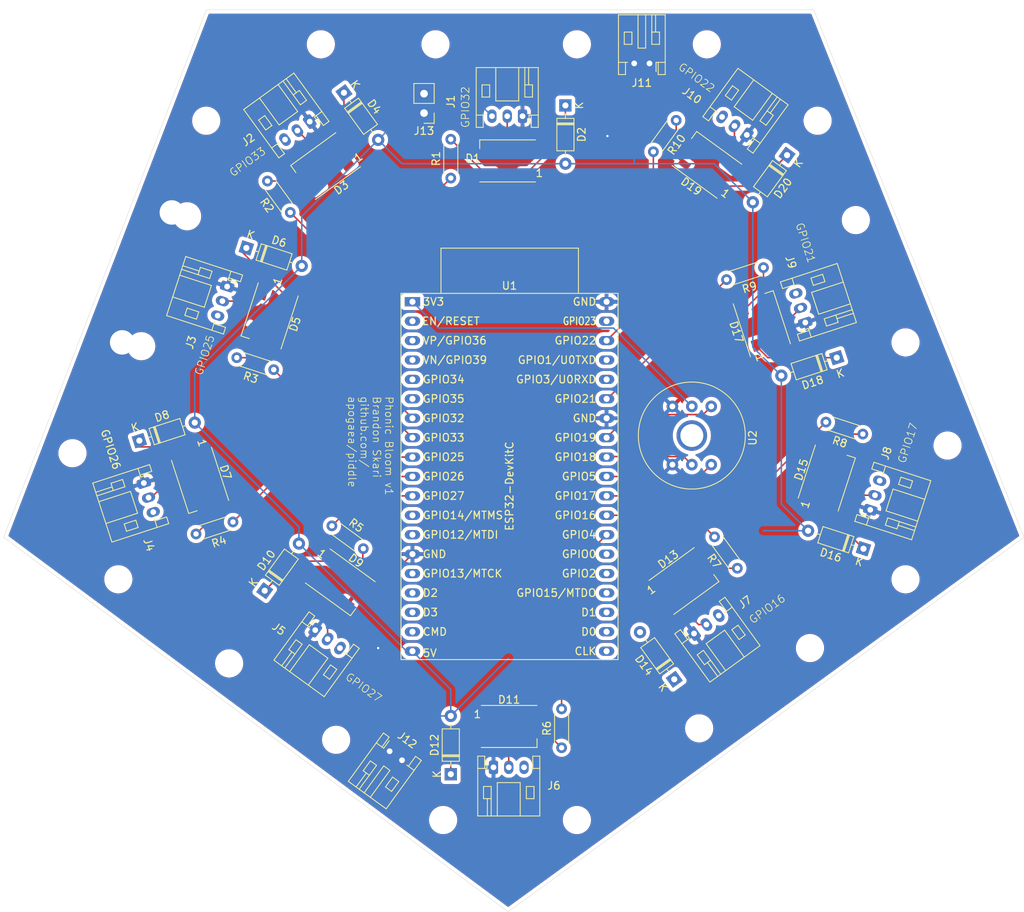
<source format=kicad_pcb>
(kicad_pcb (version 20221018) (generator pcbnew)
  (layers (0 "F.Cu" signal) (31 "B.Cu" signal) (34 "B.Paste" user) (35 "F.Paste" user) (36 "B.SilkS" user "B.Silkscreen") (37 "F.SilkS" user "F.Silkscreen") (38 "B.Mask" user) (39 "F.Mask" user) (44 "Edge.Cuts" user))
  (net 0 "")
  (net 1 "GND")
  (net 3 "/GPIO36")
  (net 4 "/GPIO39")
  (net 5 "/GPIO34")
  (net 6 "/GPIO35")
  (net 7 "/GPIO25")
  (net 8 "/GPIO26")
  (net 9 "/GPIO27")
  (net 10 "/GPIO14")
  (net 11 "/GPIO12")
  (net 12 "+5V")
  (net 13 "/GPIO13")
  (net 20 "/GPIO15")
  (net 21 "/GPIO2")
  (net 23 "/GPIO4")
  (net 24 "/GPIO5")
  (net 25 "/GPIO18")
  (net 26 "/GPIO19")
  (net 27 "/GPIO21")
  (net 30 "/GPIO22")
  (net 31 "/GPIO23")
  (net 32 "/GPIO16")
  (net 33 "/GPIO17")
  (net 34 "+3.3V")
  (net 35 "Net-(D1-VDD)")
  (net 36 "Net-(D1-DOUT)")
  (net 37 "Net-(J1-Pin_3)")
  (net 38 "/GPIO32")
  (net 39 "Net-(D3-VDD)")
  (net 40 "Net-(D3-DOUT)")
  (net 41 "/GPIO33")
  (net 42 "Net-(D5-VDD)")
  (net 43 "Net-(D5-DOUT)")
  (net 44 "Net-(D7-VDD)")
  (net 45 "Net-(D7-DOUT)")
  (net 46 "Net-(D10-K)")
  (net 47 "Net-(D9-DOUT)")
  (net 48 "Net-(D11-VDD)")
  (net 49 "Net-(D11-DOUT)")
  (net 50 "Net-(D13-VDD)")
  (net 51 "Net-(D13-DOUT)")
  (net 52 "Net-(D15-VDD)")
  (net 53 "Net-(D15-DOUT)")
  (net 63 "Net-(D17-VDD)")
  (net 64 "Net-(D17-DOUT)")
  (net 65 "Net-(D19-DOUT)")
  (net 66 "Net-(D19-VDD)")
  (net 67 "Net-(D1-DIN)")
  (net 68 "Net-(D3-DIN)")
  (net 69 "Net-(D5-DIN)")
  (net 70 "Net-(D7-DIN)")
  (net 71 "Net-(D9-DIN)")
  (net 72 "Net-(D11-DIN)")
  (net 73 "Net-(D13-DIN)")
  (net 74 "Net-(D15-DIN)")
  (net 75 "Net-(D17-DIN)")
  (net 76 "Net-(D19-DIN)")
  (footprint "Resistor_THT:R_Axial_DIN0204_L3.6mm_D1.6mm_P5.08mm_Horizontal" (layer "F.Cu") (at 138.528964 87.81144 -162)
    (fp_text reference "R9")
    (fp_text value "R")
  )
  (footprint "Connector_JST:JST_PH_S3B-PH-K_1x03_P2.00mm_Horizontal" (layer "F.Cu") (at 107 68 180)
    (fp_text reference "J1")
    (fp_text value "Conn_01x03_Socket")
  )
  (footprint "MountingHole:MountingHole_3.2mm_M3" (layer "F.Cu") (at 157.11328 97.596343)
    (fp_text reference "REF**" hide)
    (fp_text value "MountingHole_3.2mm_M3")
  )
  (footprint "MountingHole:MountingHole_3.2mm_M3" (layer "F.Cu") (at 157.11328 128.596343)
    (fp_text reference "REF**" hide)
    (fp_text value "MountingHole_3.2mm_M3")
  )
  (footprint "LED_SMD:LED_WS2812B_PLCC4_5.0x5.0mm_P3.2mm" (layer "F.Cu") (at 81.237754 74.524952 -144)
    (fp_text reference "D3")
    (fp_text value "WS2812B")
  )
  (footprint "Connector_JST:JST_PH_S3B-PH-K_1x03_P2.00mm_Horizontal" (layer "F.Cu") (at 144 95 108)
    (fp_text reference "J9")
    (fp_text value "Conn_01x03_Socket")
  )
  (footprint "MountingHole:MountingHole_3.2mm_M3" (layer "F.Cu") (at 145.61328 68.596343)
    (fp_text reference "REF**" hide)
    (fp_text value "MountingHole_3.2mm_M3")
  )
  (footprint "MountingHole:MountingHole_3.2mm_M3" (layer "F.Cu") (at 96.61328 160.096343)
    (fp_text reference "REF**" hide)
    (fp_text value "MountingHole_3.2mm_M3")
  )
  (footprint "Diode_THT:D_DO-35_SOD27_P7.62mm_Horizontal" (layer "F.Cu") (at 126.852742 141.678698 126)
    (fp_text reference "D14")
    (fp_text value "1N4148")
  )
  (footprint "LED_SMD:LED_WS2812B_PLCC4_5.0x5.0mm_P3.2mm" (layer "F.Cu") (at 83.154903 128.992975 -36)
    (fp_text reference "D9")
    (fp_text value "WS2812B")
  )
  (footprint "MountingHole:MountingHole_3.2mm_M3" (layer "F.Cu") (at 130.11328 148.096343)
    (fp_text reference "REF**" hide)
    (fp_text value "MountingHole_3.2mm_M3")
  )
  (footprint "Connector_JST:JST_PH_S3B-PH-K_1x03_P2.00mm_Horizontal" (layer "F.Cu") (at 103.2 153.2)
    (fp_text reference "J6")
    (fp_text value "Conn_01x03_Socket")
  )
  (footprint "MountingHole:MountingHole_3.2mm_M3" (layer "F.Cu") (at 68.61328 139.596343)
    (fp_text reference "REF**" hide)
    (fp_text value "MountingHole_3.2mm_M3")
  )
  (footprint "Diode_THT:D_DO-35_SOD27_P7.62mm_Horizontal" (layer "F.Cu") (at 141.61328 73.096343 -126)
    (fp_text reference "D20")
    (fp_text value "1N4148")
  )
  (footprint "Resistor_THT:R_Axial_DIN0204_L3.6mm_D1.6mm_P5.08mm_Horizontal" (layer "F.Cu") (at 127.106255 68.54144 -126)
    (fp_text reference "R10")
    (fp_text value "R")
  )
  (footprint "MountingHole:MountingHole_3.2mm_M3" (layer "F.Cu") (at 48.11328 112.096343)
    (fp_text reference "REF**" hide)
    (fp_text value "MountingHole_3.2mm_M3")
  )
  (footprint "LED_SMD:LED_WS2812B_PLCC4_5.0x5.0mm_P3.2mm" (layer "F.Cu") (at 105.05 73.85 180)
    (fp_text reference "D1")
    (fp_text value "WS2812B")
  )
  (footprint "Connector_JST:JST_PH_S3B-PH-K_1x03_P2.00mm_Horizontal" (layer "F.Cu") (at 68.349348 90.292117 -108)
    (fp_text reference "J3")
    (fp_text value "Conn_01x03_Socket")
  )
  (footprint "LED_SMD:LED_WS2812B_PLCC4_5.0x5.0mm_P3.2mm" (layer "F.Cu") (at 73.910331 94.130842 -108)
    (fp_text reference "D5")
    (fp_text value "WS2812B")
  )
  (footprint "Diode_THT:D_DO-35_SOD27_P7.62mm_Horizontal" (layer "F.Cu") (at 112.61328 66.596343 -90)
    (fp_text reference "D2")
    (fp_text value "1N4148")
  )
  (footprint "MountingHole:MountingHole_3.2mm_M3" (layer "F.Cu") (at 65.61328 68.596343)
    (fp_text reference "REF**" hide)
    (fp_text value "MountingHole_3.2mm_M3")
  )
  (footprint "LED_SMD:LED_WS2812B_PLCC4_5.0x5.0mm_P3.2mm" (layer "F.Cu") (at 146.812152 115.339967 72)
    (fp_text reference "D15")
    (fp_text value "WS2812B")
  )
  (footprint "Diode_THT:D_DO-35_SOD27_P7.62mm_Horizontal" (layer "F.Cu") (at 97.61328 154.096343 90)
    (fp_text reference "D12")
    (fp_text value "1N4148")
  )
  (footprint "Resistor_THT:R_Axial_DIN0204_L3.6mm_D1.6mm_P5.08mm_Horizontal" (layer "F.Cu") (at 74.444647 101.166149 162)
    (fp_text reference "R3")
    (fp_text value "R")
  )
  (footprint "MountingHole:MountingHole_3.2mm_M3" (layer "F.Cu") (at 54.61328 97.596343)
    (fp_text reference "REF**" hide)
    (fp_text value "MountingHole_3.2mm_M3")
  )
  (footprint "Connector_JST:JST_PH_S3B-PH-K_1x03_P2.00mm_Horizontal" (layer "F.Cu") (at 79.159204 68.712054 -144)
    (fp_text reference "J2")
    (fp_text value "Conn_01x03_Socket")
  )
  (footprint "Resistor_THT:R_Axial_DIN0204_L3.6mm_D1.6mm_P5.08mm_Horizontal" (layer "F.Cu") (at 82.058377 121.603369 -36)
    (fp_text reference "R5")
    (fp_text value "R")
  )
  (footprint "MountingHole:MountingHole_3.2mm_M3" (layer "F.Cu") (at 80.61328 58.596343)
    (fp_text reference "REF**" hide)
    (fp_text value "MountingHole_3.2mm_M3")
  )
  (footprint "PCM_Espressif:ESP32-DevKitC" (layer "F.Cu") (at 92.6 92.28272)
    (fp_text reference "U1")
    (fp_text value "ESP32-DevKitC")
  )
  (footprint "LED_SMD:LED_WS2812B_PLCC4_5.0x5.0mm_P3.2mm" (layer "F.Cu") (at 128.125526 128.821391 36)
    (fp_text reference "D13")
    (fp_text value "WS2812B")
  )
  (footprint "MountingHole:MountingHole_3.2mm_M3" (layer "F.Cu") (at 114.11328 58.596343)
    (fp_text reference "REF**" hide)
    (fp_text value "MountingHole_3.2mm_M3")
  )
  (footprint "Connector_JST:JST_PH_S3B-PH-K_1x03_P2.00mm_Horizontal" (layer "F.Cu") (at 136.349348 70.447484 144)
    (fp_text reference "J10")
    (fp_text value "Conn_01x03_Socket")
  )
  (footprint "MountingHole:MountingHole_3.2mm_M3" (layer "F.Cu") (at 95.61328 58.596343)
    (fp_text reference "REF**" hide)
    (fp_text value "MountingHole_3.2mm_M3")
  )
  (footprint "MountingHole:MountingHole_3.2mm_M3" (layer "F.Cu") (at 114.11328 160.096343)
    (fp_text reference "REF**" hide)
    (fp_text value "MountingHole_3.2mm_M3")
  )
  (footprint "Connector_PinHeader_2.54mm:PinHeader_1x02_P2.54mm_Vertical" (layer "F.Cu") (at 94.11328 67.596343 180)
    (fp_text reference "J13")
    (fp_text value "Conn_01x02_Pin")
  )
  (footprint "Resistor_THT:R_Axial_DIN0204_L3.6mm_D1.6mm_P5.08mm_Horizontal" (layer "F.Cu") (at 76.61328 80.596343 126)
    (fp_text reference "R2")
    (fp_text value "R")
  )
  (footprint "Resistor_THT:R_Axial_DIN0204_L3.6mm_D1.6mm_P5.08mm_Horizontal" (layer "F.Cu") (at 112.11328 150.636343 90)
    (fp_text reference "R6")
    (fp_text value "R")
  )
  (footprint "Resistor_THT:R_Axial_DIN0204_L3.6mm_D1.6mm_P5.08mm_Horizontal" (layer "F.Cu") (at 151.528964 109.596343 162)
    (fp_text reference "R8")
    (fp_text value "R")
  )
  (footprint "MountingHole:MountingHole_3.2mm_M3" (layer "F.Cu") (at 144.61328 137.596343)
    (fp_text reference "REF**" hide)
    (fp_text value "MountingHole_3.2mm_M3")
  )
  (footprint "Resistor_THT:R_Axial_DIN0204_L3.6mm_D1.6mm_P5.08mm_Horizontal" (layer "F.Cu") (at 97.61328 76.096343 90)
    (fp_text reference "R1")
    (fp_text value "R")
  )
  (footprint "Diode_THT:D_DO-35_SOD27_P7.62mm_Horizontal" (layer "F.Cu") (at 56.866229 110.451052 18)
    (fp_text reference "D8")
    (fp_text value "1N4148")
  )
  (footprint "LED_SMD:LED_WS2812B_PLCC4_5.0x5.0mm_P3.2mm" (layer "F.Cu") (at 105.25 147.85)
    (fp_text reference "D11")
    (fp_text value "WS2812B")
  )
  (footprint "Resistor_THT:R_Axial_DIN0204_L3.6mm_D1.6mm_P5.08mm_Horizontal" (layer "F.Cu") (at 69.11328 121.096343 -162)
    (fp_text reference "R4")
    (fp_text value "R")
  )
  (footprint "INMP441:inmp441" (layer "F.Cu") (at 129.15328 109.786343)
    (fp_text reference "U2")
    (fp_text value "INMP441")
  )
  (footprint "Connector_JST:JST_PH_S2B-PH-K_1x02_P2.00mm_Horizontal" (layer "F.Cu") (at 89.61328 151.096343 -36)
    (fp_text reference "J12")
    (fp_text value "Conn_01x02_Socket")
  )
  (footprint "Connector_JST:JST_PH_S3B-PH-K_1x03_P2.00mm_Horizontal" (layer "F.Cu") (at 152.5 119.5 72)
    (fp_text reference "J8")
    (fp_text value "Conn_01x03_Socket")
  )
  (footprint "LED_SMD:LED_WS2812B_PLCC4_5.0x5.0mm_P3.2mm" (layer "F.Cu") (at 64.812152 115.660033 -72)
    (fp_text reference "D7")
    (fp_text value "WS2812B")
  )
  (footprint "Diode_THT:D_DO-35_SOD27_P7.62mm_Horizontal" (layer "F.Cu") (at 83.634356 64.931634 -54)
    (fp_text reference "D4")
    (fp_text value "1N4148")
  )
  (footprint "MountingHole:MountingHole_3.2mm_M3" (layer "F.Cu") (at 54.11328 128.596343)
    (fp_text reference "REF**" hide)
    (fp_text value "MountingHole_3.2mm_M3")
  )
  (footprint "MountingHole:MountingHole_3.2mm_M3" (layer "F.Cu") (at 162.61328 111.096343)
    (fp_text reference "REF**" hide)
    (fp_text value "MountingHole_3.2mm_M3")
  )
  (footprint "LED_SMD:LED_WS2812B_PLCC4_5.0x5.0mm_P3.2mm" (layer "F.Cu") (at 131.125526 74.371295 144)
    (fp_text reference "D19")
    (fp_text value "WS2812B")
  )
  (footprint "Connector_JST:JST_PH_S3B-PH-K_1x03_P2.00mm_Horizontal" (layer "F.Cu") (at 79.877212 135.245202 -36)
    (fp_text reference "J5")
    (fp_text value "Conn_01x03_Socket")
  )
  (footprint "Resistor_THT:R_Axial_DIN0204_L3.6mm_D1.6mm_P5.08mm_Horizontal" (layer "F.Cu") (at 135.106255 127.151246 126)
    (fp_text reference "R7")
    (fp_text value "R")
  )
  (footprint "MountingHole:MountingHole_3.2mm_M3" (layer "F.Cu") (at 131.11328 58.596343)
    (fp_text reference "REF**" hide)
    (fp_text value "MountingHole_3.2mm_M3")
  )
  (footprint "Diode_THT:D_DO-35_SOD27_P7.62mm_Horizontal" (layer "F.Cu") (at 73.268183 130.089318 54)
    (fp_text reference "D10")
    (fp_text value "1N4148")
  )
  (footprint "LED_SMD:LED_WS2812B_PLCC4_5.0x5.0mm_P3.2mm" (layer "F.Cu") (at 138.312152 95.160033 108)
    (fp_text reference "D17")
    (fp_text value "WS2812B")
  )
  (footprint "MountingHole:MountingHole_3.2mm_M3" (layer "F.Cu") (at 61.11328 80.596343)
    (fp_text reference "REF**" hide)
    (fp_text value "MountingHole_3.2mm_M3")
  )
  (footprint "MountingHole:MountingHole_3.2mm_M3" (layer "F.Cu") (at 82.61328 149.596343)
    (fp_text reference "REF**" hide)
    (fp_text value "MountingHole_3.2mm_M3")
  )
  (footprint "Connector_JST:JST_PH_S2B-PH-K_1x02_P2.00mm_Horizontal" (layer "F.Cu") (at 123.61328 61.096343 180)
    (fp_text reference "J11")
    (fp_text value "Conn_01x02_Socket")
  )
  (footprint "Connector_JST:JST_PH_S3B-PH-K_1x03_P2.00mm_Horizontal" (layer "F.Cu") (at 57.45 116 -72)
    (fp_text reference "J4")
    (fp_text value "Conn_01x03_Socket")
  )
  (footprint "Connector_JST:JST_PH_S3B-PH-K_1x03_P2.00mm_Horizontal" (layer "F.Cu") (at 129.441892 135.693479 36)
    (fp_text reference "J7")
    (fp_text value "Conn_01x03_Socket")
  )
  (footprint "Diode_THT:D_DO-35_SOD27_P7.62mm_Horizontal" (layer "F.Cu") (at 151.61328 124.596343 162)
    (fp_text reference "D16")
    (fp_text value "1N4148")
  )
  (footprint "MountingHole:MountingHole_3.2mm_M3" (layer "F.Cu") (at 150.61328 81.596343)
    (fp_text reference "REF**" hide)
    (fp_text value "MountingHole_3.2mm_M3")
  )
  (footprint "Diode_THT:D_DO-35_SOD27_P7.62mm_Horizontal" (layer "F.Cu") (at 148.11328 99.596343 -162)
    (fp_text reference "D18")
    (fp_text value "1N4148")
  )
  (footprint "Diode_THT:D_DO-35_SOD27_P7.62mm_Horizontal" (layer "F.Cu") (at 70.866229 85.241634 -18)
    (fp_text reference "D6")
    (fp_text value "1N4148")
  )
  (gr_poly (pts (xy 145.11328 54.096343) (xy 172.61328 123.096343) (xy 105.11328 172.096343) (xy 39.11328 123.096343) (xy 65.61328 54.096343)) (stroke (width 0.05)) (fill none) (layer "Edge.Cuts"))
  (gr_text "GPIO33" (at 69.11328 76.096343 36) (layer "F.SilkS") (effects (font (size 1 1) (thickness 0.1)) (justify left bottom)))
  (gr_text "GPIO22" (at 127.171388 61.789821 -36) (layer "F.SilkS") (effects (font (size 1 1) (thickness 0.1)) (justify left bottom)))
  (gr_text "GPIO32" (at 100.11328 69.596343 90) (layer "F.SilkS") (effects (font (size 1 1) (thickness 0.1)) (justify left bottom)))
  (gr_text "GPIO25" (at 65.11328 102.096343 72) (layer "F.SilkS") (effects (font (size 1 1) (thickness 0.1)) (justify left bottom)))
  (gr_text "GPIO27" (at 83.61328 141.596343 324) (layer "F.SilkS") (effects (font (size 1 1) (thickness 0.1)) (justify left bottom)))
  (gr_text "Phonic Bloom v1\nBrandon Skari\ngithub.com/\napogaea/piddle" (at 84.11328 104.596343 -90) (layer "F.SilkS") (effects (font (size 1 1) (thickness 0.1)) (justify left bottom)))
  (gr_text "GPIO21" (at 142.61328 82.096343 -72) (layer "F.SilkS") (effects (font (size 1 1) (thickness 0.1)) (justify left bottom)))
  (gr_text "GPIO17" (at 157.11328 113.596343 72) (layer "F.SilkS") (effects (font (size 1 1) (thickness 0.1)) (justify left bottom)))
  (gr_text "GPIO26" (at 53.11328 111.596343 288) (layer "F.SilkS") (effects (font (size 1 1))))
  (gr_text "GPIO16" (at 137.11328 134.596343 36) (layer "F.SilkS") (effects (font (size 1 1) (thickness 0.1)) (justify left bottom)))
  (segment (start 118 70.709623) (end 118.11328 70.596343) (width 0.2) (layer "F.Cu") (net 1))
  (segment (start 88.11328 129.78944) (end 88.11328 137.596343) (width 0.2) (layer "F.Cu") (net 1))
  (segment (start 92.6 125.30272) (end 88.11328 129.78944) (width 0.2) (layer "F.Cu") (net 1))
  (segment (start 118 92.28272) (end 118 70.709623) (width 0.2) (layer "F.Cu") (net 1))
  (via (at 118.11328 70.596343) (size 0.6) (drill 0.3) (layers "F.Cu" "B.Cu") (net 1))
  (via (at 88.11328 137.596343) (size 0.6) (drill 0.3) (layers "F.Cu" "B.Cu") (net 1))
  (segment (start 74.444647 101.166149) (end 85.881218 112.60272) (width 0.2) (layer "F.Cu") (net 7))
  (segment (start 85.881218 112.60272) (end 92.6 112.60272) (width 0.2) (layer "F.Cu") (net 7))
  (segment (start 92.6 115.14272) (end 75.066903 115.14272) (width 0.2) (layer "F.Cu") (net 8))
  (segment (start 75.066903 115.14272) (end 69.11328 121.096343) (width 0.2) (layer "F.Cu") (net 8))
  (segment (start 85.979026 117.68272) (end 82.058377 121.603369) (width 0.2) (layer "F.Cu") (net 9))
  (segment (start 92.6 117.68272) (end 85.979026 117.68272) (width 0.2) (layer "F.Cu") (net 9))
  (segment (start 64.11328 101.596343) (end 78.11328 87.596343) (width 0.2) (layer "B.Cu") (net 12))
  (segment (start 112.61328 74.216343) (end 121.61328 74.216343) (width 0.2) (layer "B.Cu") (net 12))
  (segment (start 137.134356 79.261052) (end 137.134356 98.219179) (width 0.2) (layer "B.Cu") (net 12))
  (segment (start 121.61328 74.216343) (end 132.089647 74.216343) (width 0.2) (layer "B.Cu") (net 12))
  (segment (start 94.11328 67.596343) (end 91.61328 67.596343) (width 0.2) (layer "B.Cu") (net 12))
  (segment (start 92.6 138.00272) (end 91.825218 138.00272) (width 0.2) (layer "B.Cu") (net 12))
  (segment (start 78.11328 81.096343) (end 88.11328 71.096343) (width 0.2) (layer "B.Cu") (net 12))
  (segment (start 105.189623 138.9) (end 97.61328 146.476343) (width 0.2) (layer "B.Cu") (net 12))
  (segment (start 132.089647 74.216343) (end 137.134356 79.261052) (width 0.2) (layer "B.Cu") (net 12))
  (segment (start 138.514803 122.241634) (end 144.366229 122.241634) (width 0.2) (layer "B.Cu") (net 12))
  (segment (start 121.61328 63.096343) (end 121.61328 74.216343) (width 0.2) (layer "B.Cu") (net 12))
  (segment (start 78.11328 87.596343) (end 78.11328 81.096343) (width 0.2) (layer "B.Cu") (net 12))
  (segment (start 77.747107 121.73017) (end 64.11328 108.096343) (width 0.2) (layer "B.Cu") (net 12))
  (segment (start 140.866229 118.741634) (end 144.366229 122.241634) (width 0.2) (layer "B.Cu") (net 12))
  (segment (start 123.61328 61.096343) (end 121.61328 63.096343) (width 0.2) (layer "B.Cu") (net 12))
  (segment (start 97.61328 143.016) (end 92.6 138.00272) (width 0.2) (layer "B.Cu") (net 12))
  (segment (start 77.747107 123.924609) (end 77.747107 121.73017) (width 0.2) (layer "B.Cu") (net 12))
  (segment (start 91.23328 74.216343) (end 112.61328 74.216343) (width 0.2) (layer "B.Cu") (net 12))
  (segment (start 64.11328 108.096343) (end 64.11328 101.596343) (width 0.2) (layer "B.Cu") (net 12))
  (segment (start 91.61328 67.596343) (end 88.11328 71.096343) (width 0.2) (layer "B.Cu") (net 12))
  (segment (start 91.825218 138.00272) (end 77.747107 123.924609) (width 0.2) (layer "B.Cu") (net 12))
  (segment (start 137.134356 98.219179) (end 140.866229 101.951052) (width 0.2) (layer "B.Cu") (net 12))
  (segment (start 140.866229 101.951052) (end 140.866229 118.741634) (width 0.2) (layer "B.Cu") (net 12))
  (segment (start 94.23328 146.476343) (end 97.61328 146.476343) (width 0.2) (layer "B.Cu") (net 12))
  (segment (start 89.61328 151.096343) (end 94.23328 146.476343) (width 0.2) (layer "B.Cu") (net 12))
  (segment (start 88.11328 71.096343) (end 91.23328 74.216343) (width 0.2) (layer "B.Cu") (net 12))
  (segment (start 97.61328 146.476343) (end 97.61328 143.016) (width 0.2) (layer "B.Cu") (net 12))
  (segment (start 112.11328 145.556343) (end 112.11328 128.64944) (width 0.2) (layer "F.Cu") (net 23))
  (segment (start 112.11328 128.64944) (end 118 122.76272) (width 0.2) (layer "F.Cu") (net 23))
  (segment (start 118 115.14272) (end 130.146903 115.14272) (width 0.2) (layer "F.Cu") (net 24))
  (segment (start 130.146903 115.14272) (end 131.69328 113.596343) (width 0.2) (layer "F.Cu") (net 24))
  (segment (start 118.068377 112.534343) (end 118 112.60272) (width 0.2) (layer "F.Cu") (net 25))
  (segment (start 129.15328 113.596343) (end 128.09128 112.534343) (width 0.2) (layer "F.Cu") (net 25))
  (segment (start 128.09128 112.534343) (end 118.068377 112.534343) (width 0.2) (layer "F.Cu") (net 25))
  (segment (start 121.024377 107.038343) (end 118 110.06272) (width 0.2) (layer "F.Cu") (net 26))
  (segment (start 130.63128 107.038343) (end 121.024377 107.038343) (width 0.2) (layer "F.Cu") (net 26))
  (segment (start 131.69328 105.976343) (end 130.63128 107.038343) (width 0.2) (layer "F.Cu") (net 26))
  (segment (start 133.697597 89.381246) (end 118.096123 104.98272) (width 0.2) (layer "F.Cu") (net 27))
  (segment (start 118.096123 104.98272) (end 118 104.98272) (width 0.2) (layer "F.Cu") (net 27))
  (segment (start 124.120306 91.242414) (end 118 97.36272) (width 0.2) (layer "F.Cu") (net 30))
  (segment (start 124.120306 72.651246) (end 124.120306 91.242414) (width 0.2) (layer "F.Cu") (net 30))
  (segment (start 118 120.22272) (end 129.301586 120.22272) (width 0.2) (layer "F.Cu") (net 32))
  (segment (start 129.301586 120.22272) (end 132.120306 123.04144) (width 0.2) (layer "F.Cu") (net 32))
  (segment (start 146.697597 108.026537) (end 137.041414 117.68272) (width 0.2) (layer "F.Cu") (net 33))
  (segment (start 137.041414 117.68272) (end 118 117.68272) (width 0.2) (layer "F.Cu") (net 33))
  (segment (start 118.899657 95.72272) (end 96.04 95.72272) (width 0.2) (layer "B.Cu") (net 34))
  (segment (start 96.04 95.72272) (end 92.6 92.28272) (width 0.2) (layer "B.Cu") (net 34))
  (segment (start 129.15328 105.976343) (end 118.899657 95.72272) (width 0.2) (layer "B.Cu") (net 34))
  (segment (start 112.61328 66.596343) (end 112.61328 70.38672) (width 0.2) (layer "F.Cu") (net 35))
  (segment (start 112.61328 70.38672) (end 107.5 75.5) (width 0.2) (layer "F.Cu") (net 35))
  (segment (start 105 69.7) (end 107.5 72.2) (width 0.2) (layer "F.Cu") (net 36))
  (segment (start 105 68) (end 105 69.7) (width 0.2) (layer "F.Cu") (net 36))
  (segment (start 94.11328 65.056343) (end 100.056343 65.056343) (width 0.2) (layer "B.Cu") (net 37))
  (segment (start 100.056343 65.056343) (end 103 68) (width 0.2) (layer "B.Cu") (net 37))
  (segment (start 97.61328 76.096343) (end 87.61328 86.096343) (width 0.2) (layer "F.Cu") (net 38))
  (segment (start 87.61328 102.536) (end 92.6 107.52272) (width 0.2) (layer "F.Cu") (net 38))
  (segment (start 87.61328 86.096343) (end 87.61328 102.536) (width 0.2) (layer "F.Cu") (net 38))
  (segment (start 83.634356 64.931634) (end 83.634356 73.864421) (width 0.2) (layer "F.Cu") (net 39))
  (segment (start 83.634356 73.864421) (end 84.189691 74.419756) (width 0.2) (layer "F.Cu") (net 39))
  (segment (start 77.54117 69.887625) (end 79.403545 71.75) (width 0.2) (layer "F.Cu") (net 40))
  (segment (start 79.403545 71.75) (end 82.25 71.75) (width 0.2) (layer "F.Cu") (net 40))
  (segment (start 83.11328 100.596343) (end 83.11328 87.096343) (width 0.2) (layer "F.Cu") (net 41))
  (segment (start 92.6 110.06272) (end 92.579657 110.06272) (width 0.2) (layer "F.Cu") (net 41))
  (segment (start 83.11328 87.096343) (end 76.61328 80.596343) (width 0.2) (layer "F.Cu") (net 41))
  (segment (start 92.579657 110.06272) (end 83.11328 100.596343) (width 0.2) (layer "F.Cu") (net 41))
  (segment (start 76.236666 91.702792) (end 76.236666 92.310632) (width 0.2) (layer "F.Cu") (net 42))
  (segment (start 70.22656 85.692686) (end 76.236666 91.702792) (width 0.2) (layer "F.Cu") (net 42))
  (segment (start 67.731314 92.19423) (end 72.194824 92.19423) (width 0.2) (layer "F.Cu") (net 43))
  (segment (start 72.194824 92.19423) (end 73.098179 91.290875) (width 0.2) (layer "F.Cu") (net 43))
  (segment (start 56.489755 111.273698) (end 64.077936 111.273698) (width 0.2) (layer "F.Cu") (net 44))
  (segment (start 64.077936 111.273698) (end 65.624304 112.820066) (width 0.2) (layer "F.Cu") (net 44))
  (segment (start 58.423527 117.902113) (end 62.485817 113.839823) (width 0.2) (layer "F.Cu") (net 45))
  (segment (start 58.068034 117.902113) (end 58.423527 117.902113) (width 0.2) (layer "F.Cu") (net 45))
  (segment (start 73.268183 130.089318) (end 77.139478 126.218023) (width 0.2) (layer "F.Cu") (net 46))
  (segment (start 77.139478 126.218023) (end 82.142657 126.218023) (width 0.2) (layer "F.Cu") (net 46))
  (segment (start 81.495246 136.420773) (end 81.495246 130.180059) (width 0.2) (layer "F.Cu") (net 47))
  (segment (start 81.495246 130.180059) (end 80.202966 128.887779) (width 0.2) (layer "F.Cu") (net 47))
  (segment (start 97.61328 151.38672) (end 102.8 146.2) (width 0.2) (layer "F.Cu") (net 48))
  (segment (start 97.61328 154.096343) (end 97.61328 151.38672) (width 0.2) (layer "F.Cu") (net 48))
  (segment (start 105.2 153.2) (end 105.2 151.9) (width 0.2) (layer "F.Cu") (net 49))
  (segment (start 105.2 151.9) (end 102.8 149.5) (width 0.2) (layer "F.Cu") (net 49))
  (segment (start 130.034845 134.517908) (end 127.11328 131.596343) (width 0.2) (layer "F.Cu") (net 51))
  (segment (start 131.059926 134.517908) (end 130.034845 134.517908) (width 0.2) (layer "F.Cu") (net 51))
  (segment (start 151.61328 124.596343) (end 144.485817 117.46888) (width 0.2) (layer "F.Cu") (net 52))
  (segment (start 144.485817 117.46888) (end 144.485817 117.160177) (width 0.2) (layer "F.Cu") (net 52))
  (segment (start 153.118034 117.597887) (end 148.206351 117.597887) (width 0.2) (layer "F.Cu") (net 53))
  (segment (start 148.206351 117.597887) (end 147.624304 118.179934) (width 0.2) (layer "F.Cu") (net 53))
  (segment (start 148.11328 99.596343) (end 139.096343 99.596343) (width 0.2) (layer "F.Cu") (net 63))
  (segment (start 139.096343 99.596343) (end 137.5 98) (width 0.2) (layer "F.Cu") (net 63))
  (segment (start 140.638487 95.841366) (end 140.638487 96.980243) (width 0.2) (layer "F.Cu") (net 64))
  (segment (start 143.381966 93.097887) (end 140.638487 95.841366) (width 0.2) (layer "F.Cu") (net 64))
  (segment (start 134.731314 69.271913) (end 134.731314 73.82264) (width 0.2) (layer "F.Cu") (net 65))
  (segment (start 134.731314 73.82264) (end 134.077463 74.476491) (width 0.2) (layer "F.Cu") (net 65))
  (segment (start 137.563376 77.146247) (end 132.137772 77.146247) (width 0.2) (layer "F.Cu") (net 66))
  (segment (start 141.61328 73.096343) (end 137.563376 77.146247) (width 0.2) (layer "F.Cu") (net 66))
  (segment (start 97.61328 71.016343) (end 102.096937 75.5) (width 0.2) (layer "F.Cu") (net 67))
  (segment (start 102.096937 75.5) (end 102.6 75.5) (width 0.2) (layer "F.Cu") (net 67))
  (segment (start 79.412141 76.486537) (end 80.225508 77.299904) (width 0.2) (layer "F.Cu") (net 68))
  (segment (start 73.627331 76.486537) (end 79.412141 76.486537) (width 0.2) (layer "F.Cu") (net 68))
  (segment (start 72.096949 99.596343) (end 74.722483 96.970809) (width 0.2) (layer "F.Cu") (net 69))
  (segment (start 69.61328 99.596343) (end 72.096949 99.596343) (width 0.2) (layer "F.Cu") (net 69))
  (segment (start 67.138487 119.809575) (end 67.138487 117.480243) (width 0.2) (layer "F.Cu") (net 70))
  (segment (start 64.281913 122.666149) (end 67.138487 119.809575) (width 0.2) (layer "F.Cu") (net 70))
  (segment (start 86.10684 124.650661) (end 86.168183 124.589318) (width 0.2) (layer "F.Cu") (net 71))
  (segment (start 86.10684 129.098171) (end 86.10684 124.650661) (width 0.2) (layer "F.Cu") (net 71))
  (segment (start 107.7 146.223063) (end 112.11328 150.636343) (width 0.2) (layer "F.Cu") (net 72))
  (segment (start 107.7 146.2) (end 107.7 146.223063) (width 0.2) (layer "F.Cu") (net 72))
  (segment (start 130.242579 127.151246) (end 129.137772 126.046439) (width 0.2) (layer "F.Cu") (net 73))
  (segment (start 135.106255 127.151246) (end 130.242579 127.151246) (width 0.2) (layer "F.Cu") (net 73))
  (segment (start 151.528964 109.596343) (end 148.903657 109.596343) (width 0.2) (layer "F.Cu") (net 74))
  (segment (start 148.903657 109.596343) (end 146 112.5) (width 0.2) (layer "F.Cu") (net 74))
  (segment (start 138.528964 90.796676) (end 135.985817 93.339823) (width 0.2) (layer "F.Cu") (net 75))
  (segment (start 138.528964 87.81144) (end 138.528964 90.796676) (width 0.2) (layer "F.Cu") (net 75))
  (segment (start 127.106255 73.198765) (end 128.173589 74.266099) (width 0.2) (layer "F.Cu") (net 76))
  (segment (start 127.106255 68.54144) (end 127.106255 73.198765) (width 0.2) (layer "F.Cu") (net 76))
  (zone (net 1) (net_name "GND") (layers "F&B.Cu") (connect_pads (clearance 0.5)) (min_thickness 0.25) (fill yes (thermal_gap 0.5) (thermal_bridge_width 0.5))
    (polygon (pts (xy 145.11328 54.096343) (xy 172.61328 123.096343) (xy 105.11328 172.096343) (xy 39.11328 123.096343) (xy 65.61328 54.096343)))
  )
)
</source>
